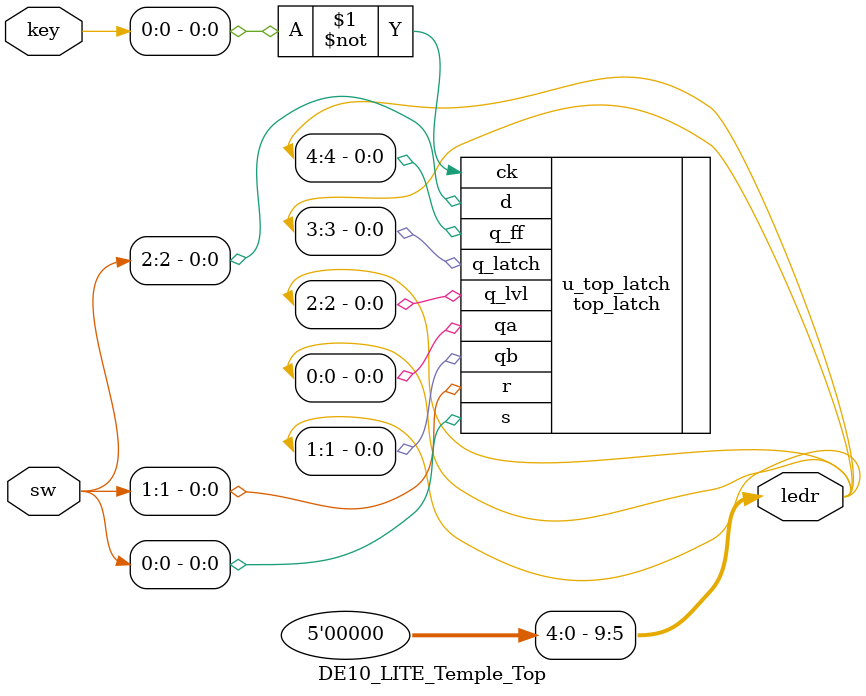
<source format=sv>



`define ENABLE_SW
`define ENABLE_LED
`define ENABLE_KEY

module DE10_LITE_Temple_Top(

	//////////// SDRAM: 3.3-V LVTTL //////////
`ifdef ENABLE_SDRAM
	output		    [12:0]		dram_addr,
	output		     [1:0]		dram_ba,
	output		          		dram_cas_n,
	output		          		dram_cke,
	output		          		dram_clk,
	output		          		dram_cs_n,
	inout 		    [15:0]		dram_dq,
	output		          		dram_ldqm,
	output		          		dram_ras_n,
	output		          		dram_udqm,
	output		          		dram_we_n,
`endif

	//////////// SEG7: 3.3-V LVTTL //////////
`ifdef ENABLE_HEX0
	output		     [7:0]		hex0,
`endif
`ifdef ENABLE_HEX1
	output		     [7:0]		hex1,
`endif
`ifdef ENABLE_HEX2
	output		     [7:0]		hex2,
`endif
`ifdef ENABLE_HEX3
	output		     [7:0]		hex3,
`endif
`ifdef ENABLE_HEX4
	output		     [7:0]		hex4,
`endif
`ifdef ENABLE_HEX5
	output		     [7:0]		hex5,
`endif

	//////////// KEY: 3.3 V SCHMITT TRIGGER //////////
`ifdef ENABLE_KEY
	input 		     [1:0]		key,
`endif

	//////////// LED: 3.3-V LVTTL //////////
`ifdef ENABLE_LED
	output		     [9:0]		ledr,
`endif

	//////////// VGA: 3.3-V LVTTL //////////
`ifdef ENABLE_VGA
	output		     [3:0]		vga_b,
	output		     [3:0]		vga_g,
	output		          		vga_hs,
	output		     [3:0]		vga_r,
	output		          		vga_vs,
`endif

	//////////// Accelerometer: 3.3-V LVTTL //////////
`ifdef ENABLE_ACCELEROMETER
	output		          		gsensor_cs_n,
	input 		     [2:1]		gsensor_int,
	output		          		gsensor_sclk,
	inout 		          		gsensor_sdi,
	inout 		          		gsensor_sdo,
`endif

	//////////// Arduino: 3.3-V LVTTL //////////
`ifdef ENABLE_ARDUINO
	inout 		    [15:0]		arduino_io,
	inout 		          		arduino_reset_n,
`endif

	//////////// GPIO, GPIO connect to GPIO Default: 3.3-V LVTTL //////////
`ifdef ENABLE_GPIO
	inout 		    [35:0]		gpio,
`endif

	//////////// ADC CLOCK: 3.3-V LVTTL //////////
`ifdef ENABLE_ADC_CLOCK
	input 		          		adc_clk_10,
`endif
	//////////// CLOCK 1: 3.3-V LVTTL //////////
`ifdef ENABLE_CLOCK1
	input 		          		max10_clk1_50,
`endif
	//////////// CLOCK 2: 3.3-V LVTTL //////////
`ifdef ENABLE_CLOCK2
	input 		          		max10_clk2_50,
`endif

	//////////// SW: 3.3-V LVTTL //////////
`ifdef ENABLE_SW
//	input 		     [9:0]		sw
	input 		     [2:0]		sw
`endif
);

	// tie unused LED's low
	assign ledr[9:5] = 5'b0;

	// pushbuttons (key signal) are active low
	top_latch u_top_latch (.qa(ledr[0]), .qb(ledr[1]), .q_lvl(ledr[2]), .q_latch(ledr[3]), .q_ff(ledr[4]),
		.s(sw[0]), .r(sw[1]), .d(sw[2]), .ck(~key[0]));

endmodule

</source>
